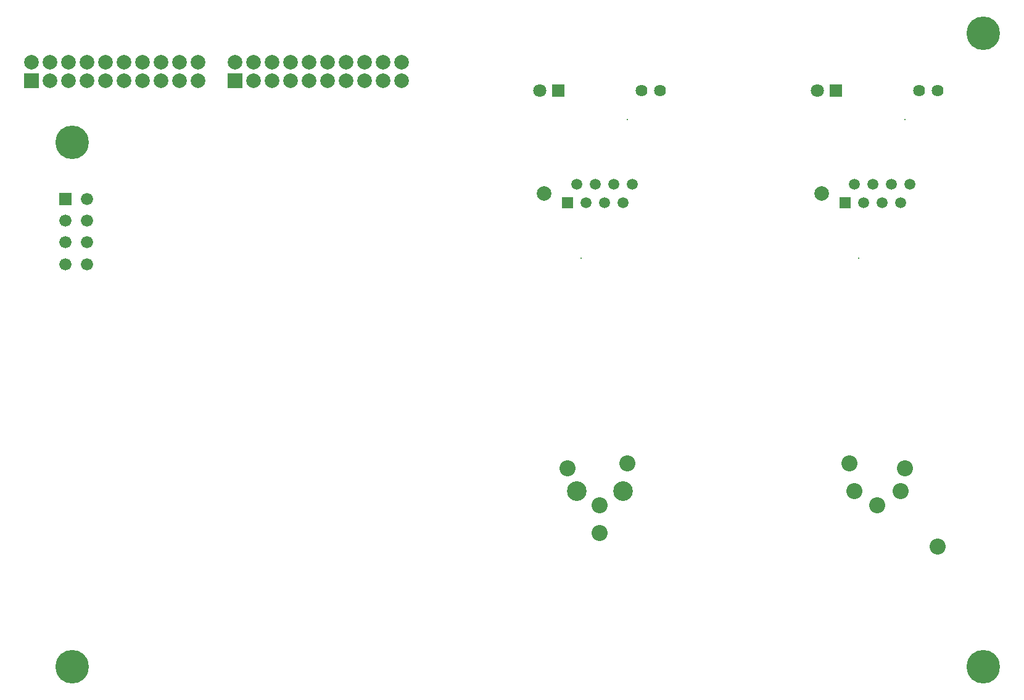
<source format=gts>
G04*
G04 #@! TF.GenerationSoftware,Altium Limited,Altium Designer,24.5.2 (23)*
G04*
G04 Layer_Color=8388736*
%FSLAX44Y44*%
%MOMM*%
G71*
G04*
G04 #@! TF.SameCoordinates,31888D97-798D-4CBF-A4AE-393945775F34*
G04*
G04*
G04 #@! TF.FilePolarity,Negative*
G04*
G01*
G75*
%ADD12C,0.1524*%
%ADD13C,1.6724*%
%ADD14R,1.6724X1.6724*%
%ADD15C,2.0032*%
%ADD16R,2.0032X2.0032*%
%ADD17C,1.8032*%
%ADD18R,1.8032X1.8032*%
%ADD19C,2.2032*%
%ADD20C,2.7032*%
%ADD21R,1.5112X1.5112*%
%ADD22C,1.5112*%
%ADD23C,1.6256*%
%ADD24C,0.2032*%
%ADD25C,4.6032*%
D12*
X48236Y639252D02*
D03*
Y686252D02*
D03*
D13*
X121436Y617752D02*
D03*
Y647752D02*
D03*
Y677752D02*
D03*
Y707752D02*
D03*
X91436Y617752D02*
D03*
Y647752D02*
D03*
Y677752D02*
D03*
D14*
Y707752D02*
D03*
D15*
X274056Y895245D02*
D03*
X274056Y869845D02*
D03*
X248656Y895245D02*
D03*
Y869845D02*
D03*
X223256Y895245D02*
D03*
Y869845D02*
D03*
X197856Y895245D02*
D03*
Y869845D02*
D03*
X172456Y895245D02*
D03*
X172456Y869845D02*
D03*
X147056Y895245D02*
D03*
X147056Y869845D02*
D03*
X121656Y895245D02*
D03*
Y869845D02*
D03*
X96256Y895245D02*
D03*
Y869845D02*
D03*
X70856Y895245D02*
D03*
Y869845D02*
D03*
X45456Y895245D02*
D03*
X324856D02*
D03*
X350256Y869845D02*
D03*
Y895245D02*
D03*
X375656Y869845D02*
D03*
Y895245D02*
D03*
X401056Y869845D02*
D03*
Y895245D02*
D03*
X426456Y869845D02*
D03*
X426456Y895245D02*
D03*
X451856Y869845D02*
D03*
X451856Y895245D02*
D03*
X477256Y869845D02*
D03*
Y895245D02*
D03*
X502656Y869845D02*
D03*
Y895245D02*
D03*
X528056Y869845D02*
D03*
Y895245D02*
D03*
X553456Y869845D02*
D03*
X553456Y895245D02*
D03*
X749100Y715050D02*
D03*
X1130100D02*
D03*
D16*
X45456Y869845D02*
D03*
X324856D02*
D03*
D17*
X742600Y856550D02*
D03*
X1123600D02*
D03*
D18*
X768000D02*
D03*
X1149000D02*
D03*
D19*
X825300Y248550D02*
D03*
Y286650D02*
D03*
X863400Y343800D02*
D03*
X780850Y337450D02*
D03*
X1288850Y229500D02*
D03*
X1206300Y286650D02*
D03*
X1174550Y305700D02*
D03*
X1238050D02*
D03*
X1244400Y337450D02*
D03*
X1168200Y343800D02*
D03*
D20*
X857050Y305700D02*
D03*
X793550D02*
D03*
D21*
X780850Y702350D02*
D03*
X1161850D02*
D03*
D22*
X793550Y727750D02*
D03*
X806250Y702350D02*
D03*
X818950Y727750D02*
D03*
X831650Y702350D02*
D03*
X844350Y727750D02*
D03*
X857050Y702350D02*
D03*
X869750Y727750D02*
D03*
X1174550D02*
D03*
X1187250Y702350D02*
D03*
X1199950Y727750D02*
D03*
X1212650Y702350D02*
D03*
X1225350Y727750D02*
D03*
X1238050Y702350D02*
D03*
X1250750Y727750D02*
D03*
D23*
X908000Y856550D02*
D03*
X882600D02*
D03*
X1289000D02*
D03*
X1263600D02*
D03*
D24*
X863400Y816650D02*
D03*
X799900Y626150D02*
D03*
X1244400Y816650D02*
D03*
X1180900Y626150D02*
D03*
D25*
X1351350Y935000D02*
D03*
Y65000D02*
D03*
X101350D02*
D03*
Y785000D02*
D03*
M02*

</source>
